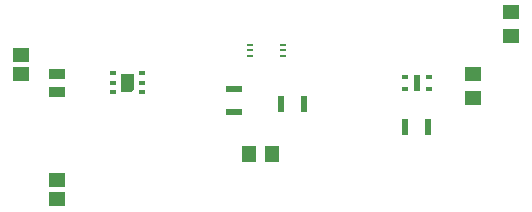
<source format=gtp>
G04*
G04 #@! TF.GenerationSoftware,Altium Limited,Altium Designer,20.2.6 (244)*
G04*
G04 Layer_Color=8421504*
%FSLAX44Y44*%
%MOMM*%
G71*
G04*
G04 #@! TF.SameCoordinates,9515D0E1-E452-41A6-BF4E-AEEE6F90C87A*
G04*
G04*
G04 #@! TF.FilePolarity,Positive*
G04*
G01*
G75*
%ADD14R,0.5500X0.3500*%
%ADD15R,0.5500X0.3500*%
%ADD16R,0.5000X1.4000*%
%ADD17R,1.4500X1.2000*%
%ADD18R,0.5500X1.3500*%
%ADD19R,0.5500X0.2500*%
%ADD20R,1.3500X0.5500*%
%ADD21R,1.4500X1.3000*%
G04:AMPARAMS|DCode=22|XSize=0.4mm|YSize=0.55mm|CornerRadius=0mm|HoleSize=0mm|Usage=FLASHONLY|Rotation=270.000|XOffset=0mm|YOffset=0mm|HoleType=Round|Shape=RoundedRectangle|*
%AMROUNDEDRECTD22*
21,1,0.4000,0.5500,0,0,270.0*
21,1,0.4000,0.5500,0,0,270.0*
1,1,0.0000,-0.2750,-0.2000*
1,1,0.0000,-0.2750,0.2000*
1,1,0.0000,0.2750,0.2000*
1,1,0.0000,0.2750,-0.2000*
%
%ADD22ROUNDEDRECTD22*%
%ADD23R,1.2000X1.4500*%
%ADD24R,1.3500X0.9500*%
G36*
X190248Y327715D02*
X187535Y325002D01*
X179752D01*
X179752Y339998D01*
X190248D01*
X190248Y327715D01*
D02*
G37*
D14*
X419750Y327500D02*
D03*
X419750Y337500D02*
D03*
X440250D02*
D03*
D15*
X440250Y327500D02*
D03*
D16*
X430000Y332500D02*
D03*
D17*
X477500Y340000D02*
D03*
Y320000D02*
D03*
X510000Y372500D02*
D03*
Y392500D02*
D03*
D18*
X420250Y295000D02*
D03*
X439750D02*
D03*
X315250Y315000D02*
D03*
X334750D02*
D03*
D19*
X288750Y355000D02*
D03*
Y360000D02*
D03*
Y365000D02*
D03*
X316250D02*
D03*
Y360000D02*
D03*
Y355000D02*
D03*
D20*
X275000Y327250D02*
D03*
Y307750D02*
D03*
D21*
X125000Y234000D02*
D03*
Y250000D02*
D03*
X95000Y356000D02*
D03*
Y340000D02*
D03*
D22*
X197500Y324500D02*
D03*
Y332500D02*
D03*
Y340500D02*
D03*
X172500Y324500D02*
D03*
Y332500D02*
D03*
Y340500D02*
D03*
D23*
X287500Y272500D02*
D03*
X307500D02*
D03*
D24*
X125000Y324750D02*
D03*
Y340250D02*
D03*
M02*

</source>
